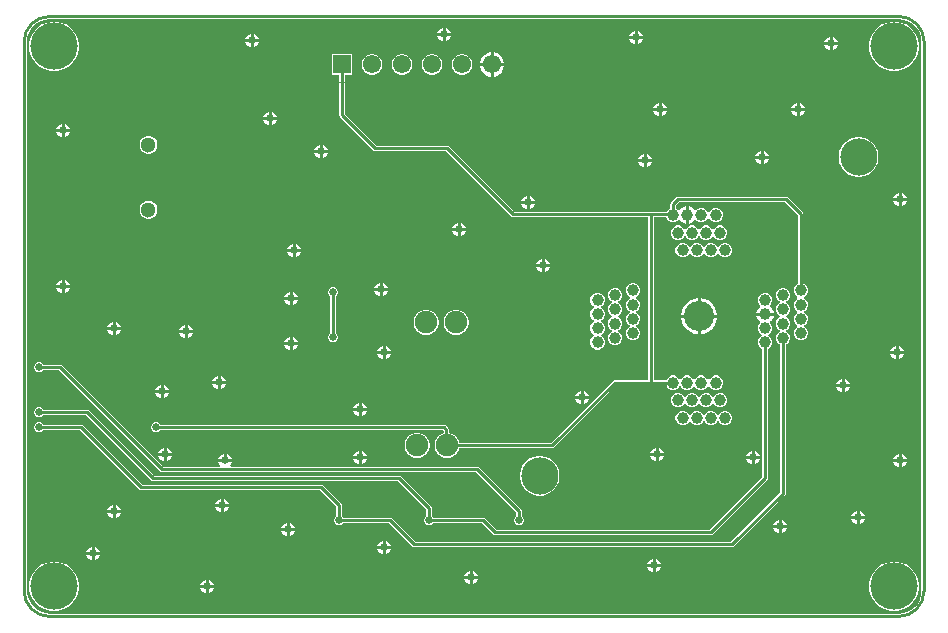
<source format=gbl>
G04*
G04 #@! TF.GenerationSoftware,Altium Limited,Altium Designer,21.3.2 (30)*
G04*
G04 Layer_Physical_Order=2*
G04 Layer_Color=65280*
%FSLAX44Y44*%
%MOMM*%
G71*
G04*
G04 #@! TF.SameCoordinates,7BEB40AD-1A81-495B-ADFE-364E7EA3D76F*
G04*
G04*
G04 #@! TF.FilePolarity,Positive*
G04*
G01*
G75*
%ADD10C,0.2540*%
%ADD15C,0.0500*%
%ADD42C,2.5499*%
%ADD43C,3.1501*%
%ADD44C,1.0000*%
%ADD45R,1.5500X1.5500*%
%ADD46C,1.5500*%
%ADD47C,1.3000*%
%ADD48C,1.9050*%
%ADD49C,4.0000*%
%ADD50C,0.6350*%
G36*
X998243Y759311D02*
X1001840Y758220D01*
X1005156Y756447D01*
X1008062Y754062D01*
X1010447Y751156D01*
X1012219Y747840D01*
X1013311Y744243D01*
X1013676Y740535D01*
X1013669Y740501D01*
Y275499D01*
X1013676Y275465D01*
X1013311Y271757D01*
X1012219Y268160D01*
X1010447Y264844D01*
X1008062Y261938D01*
X1005156Y259553D01*
X1001840Y257780D01*
X998243Y256689D01*
X994535Y256324D01*
X994501Y256331D01*
X276860D01*
X276804Y256320D01*
X272852Y256709D01*
X268997Y257878D01*
X265445Y259777D01*
X262332Y262332D01*
X259777Y265445D01*
X257878Y268997D01*
X256709Y272852D01*
X256320Y276804D01*
X256331Y276860D01*
Y740501D01*
X256324Y740535D01*
X256689Y744243D01*
X257780Y747840D01*
X259553Y751156D01*
X261938Y754062D01*
X264844Y756447D01*
X268160Y758220D01*
X271757Y759311D01*
X275465Y759676D01*
X275499Y759669D01*
X994501D01*
X994535Y759676D01*
X998243Y759311D01*
D02*
G37*
%LPC*%
G36*
X610870Y752420D02*
Y748030D01*
X615260D01*
X614445Y749997D01*
X612837Y751605D01*
X610870Y752420D01*
D02*
G37*
G36*
X608330D02*
X606363Y751605D01*
X604755Y749997D01*
X603940Y748030D01*
X608330D01*
Y752420D01*
D02*
G37*
G36*
X773430Y749880D02*
Y745490D01*
X777820D01*
X777005Y747457D01*
X775397Y749065D01*
X773430Y749880D01*
D02*
G37*
G36*
X770890D02*
X768923Y749065D01*
X767315Y747457D01*
X766500Y745490D01*
X770890D01*
Y749880D01*
D02*
G37*
G36*
X448310Y747340D02*
Y742950D01*
X452700D01*
X451885Y744917D01*
X450277Y746525D01*
X448310Y747340D01*
D02*
G37*
G36*
X445770D02*
X443803Y746525D01*
X442195Y744917D01*
X441380Y742950D01*
X445770D01*
Y747340D01*
D02*
G37*
G36*
X615260Y745490D02*
X610870D01*
Y741100D01*
X612837Y741915D01*
X614445Y743523D01*
X615260Y745490D01*
D02*
G37*
G36*
X608330D02*
X603940D01*
X604755Y743523D01*
X606363Y741915D01*
X608330Y741100D01*
Y745490D01*
D02*
G37*
G36*
X938530Y744800D02*
Y740410D01*
X942920D01*
X942105Y742377D01*
X940497Y743985D01*
X938530Y744800D01*
D02*
G37*
G36*
X935990D02*
X934023Y743985D01*
X932415Y742377D01*
X931600Y740410D01*
X935990D01*
Y744800D01*
D02*
G37*
G36*
X777820Y742950D02*
X773430D01*
Y738560D01*
X775397Y739375D01*
X777005Y740983D01*
X777820Y742950D01*
D02*
G37*
G36*
X770890D02*
X766500D01*
X767315Y740983D01*
X768923Y739375D01*
X770890Y738560D01*
Y742950D01*
D02*
G37*
G36*
X452700Y740410D02*
X448310D01*
Y736020D01*
X450277Y736835D01*
X451885Y738443D01*
X452700Y740410D01*
D02*
G37*
G36*
X445770D02*
X441380D01*
X442195Y738443D01*
X443803Y736835D01*
X445770Y736020D01*
Y740410D01*
D02*
G37*
G36*
X942920Y737870D02*
X938530D01*
Y733480D01*
X940497Y734295D01*
X942105Y735903D01*
X942920Y737870D01*
D02*
G37*
G36*
X935990D02*
X931600D01*
X932415Y735903D01*
X934023Y734295D01*
X935990Y733480D01*
Y737870D01*
D02*
G37*
G36*
X651595Y731650D02*
X651510D01*
Y722630D01*
X660530D01*
Y722715D01*
X659829Y725332D01*
X658474Y727678D01*
X656558Y729594D01*
X654212Y730949D01*
X651595Y731650D01*
D02*
G37*
G36*
X648970D02*
X648885D01*
X646268Y730949D01*
X643922Y729594D01*
X642006Y727678D01*
X640651Y725332D01*
X639950Y722715D01*
Y722630D01*
X648970D01*
Y731650D01*
D02*
G37*
G36*
X992670Y757616D02*
X988530D01*
X984470Y756808D01*
X980645Y755224D01*
X977203Y752924D01*
X974276Y749997D01*
X971976Y746555D01*
X970392Y742730D01*
X969584Y738670D01*
Y734530D01*
X970392Y730470D01*
X971976Y726645D01*
X974276Y723203D01*
X977203Y720276D01*
X980645Y717976D01*
X984470Y716392D01*
X988530Y715584D01*
X992670D01*
X996730Y716392D01*
X1000555Y717976D01*
X1003997Y720276D01*
X1006924Y723203D01*
X1009224Y726645D01*
X1010808Y730470D01*
X1011616Y734530D01*
Y738670D01*
X1010808Y742730D01*
X1009224Y746555D01*
X1006924Y749997D01*
X1003997Y752924D01*
X1000555Y755224D01*
X996730Y756808D01*
X992670Y757616D01*
D02*
G37*
G36*
X281470D02*
X277330D01*
X273270Y756808D01*
X269445Y755224D01*
X266003Y752924D01*
X263076Y749997D01*
X260776Y746555D01*
X259192Y742730D01*
X258384Y738670D01*
Y734530D01*
X259192Y730470D01*
X260776Y726645D01*
X263076Y723203D01*
X266003Y720276D01*
X269445Y717976D01*
X273270Y716392D01*
X277330Y715584D01*
X281470D01*
X285530Y716392D01*
X289355Y717976D01*
X292797Y720276D01*
X295724Y723203D01*
X298024Y726645D01*
X299608Y730470D01*
X300416Y734530D01*
Y738670D01*
X299608Y742730D01*
X298024Y746555D01*
X295724Y749997D01*
X292797Y752924D01*
X289355Y755224D01*
X285530Y756808D01*
X281470Y757616D01*
D02*
G37*
G36*
X625994Y730126D02*
X623686D01*
X621456Y729529D01*
X619458Y728374D01*
X617826Y726742D01*
X616671Y724744D01*
X616074Y722514D01*
Y720206D01*
X616671Y717976D01*
X617826Y715978D01*
X619458Y714345D01*
X621456Y713191D01*
X623686Y712594D01*
X625994D01*
X628224Y713191D01*
X630222Y714345D01*
X631855Y715978D01*
X633009Y717976D01*
X633606Y720206D01*
Y722514D01*
X633009Y724744D01*
X631855Y726742D01*
X630222Y728374D01*
X628224Y729529D01*
X625994Y730126D01*
D02*
G37*
G36*
X600594D02*
X598286D01*
X596056Y729529D01*
X594058Y728374D01*
X592425Y726742D01*
X591271Y724744D01*
X590674Y722514D01*
Y720206D01*
X591271Y717976D01*
X592425Y715978D01*
X594058Y714345D01*
X596056Y713191D01*
X598286Y712594D01*
X600594D01*
X602824Y713191D01*
X604822Y714345D01*
X606455Y715978D01*
X607609Y717976D01*
X608206Y720206D01*
Y722514D01*
X607609Y724744D01*
X606455Y726742D01*
X604822Y728374D01*
X602824Y729529D01*
X600594Y730126D01*
D02*
G37*
G36*
X575194D02*
X572886D01*
X570656Y729529D01*
X568658Y728374D01*
X567025Y726742D01*
X565871Y724744D01*
X565274Y722514D01*
Y720206D01*
X565871Y717976D01*
X567025Y715978D01*
X568658Y714345D01*
X570656Y713191D01*
X572886Y712594D01*
X575194D01*
X577424Y713191D01*
X579422Y714345D01*
X581054Y715978D01*
X582209Y717976D01*
X582806Y720206D01*
Y722514D01*
X582209Y724744D01*
X581054Y726742D01*
X579422Y728374D01*
X577424Y729529D01*
X575194Y730126D01*
D02*
G37*
G36*
X549794D02*
X547486D01*
X545256Y729529D01*
X543258Y728374D01*
X541626Y726742D01*
X540471Y724744D01*
X539874Y722514D01*
Y720206D01*
X540471Y717976D01*
X541626Y715978D01*
X543258Y714345D01*
X545256Y713191D01*
X547486Y712594D01*
X549794D01*
X552024Y713191D01*
X554022Y714345D01*
X555654Y715978D01*
X556809Y717976D01*
X557406Y720206D01*
Y722514D01*
X556809Y724744D01*
X555654Y726742D01*
X554022Y728374D01*
X552024Y729529D01*
X549794Y730126D01*
D02*
G37*
G36*
X660530Y720090D02*
X651510D01*
Y711070D01*
X651595D01*
X654212Y711771D01*
X656558Y713126D01*
X658474Y715042D01*
X659829Y717388D01*
X660530Y720005D01*
Y720090D01*
D02*
G37*
G36*
X648970D02*
X639950D01*
Y720005D01*
X640651Y717388D01*
X642006Y715042D01*
X643922Y713126D01*
X646268Y711771D01*
X648885Y711070D01*
X648970D01*
Y720090D01*
D02*
G37*
G36*
X910590Y688920D02*
Y684530D01*
X914980D01*
X914165Y686497D01*
X912557Y688105D01*
X910590Y688920D01*
D02*
G37*
G36*
X908050D02*
X906083Y688105D01*
X904475Y686497D01*
X903660Y684530D01*
X908050D01*
Y688920D01*
D02*
G37*
G36*
X793750D02*
Y684530D01*
X798140D01*
X797325Y686497D01*
X795717Y688105D01*
X793750Y688920D01*
D02*
G37*
G36*
X791210D02*
X789243Y688105D01*
X787635Y686497D01*
X786820Y684530D01*
X791210D01*
Y688920D01*
D02*
G37*
G36*
X914980Y681990D02*
X910590D01*
Y677600D01*
X912557Y678415D01*
X914165Y680023D01*
X914980Y681990D01*
D02*
G37*
G36*
X908050D02*
X903660D01*
X904475Y680023D01*
X906083Y678415D01*
X908050Y677600D01*
Y681990D01*
D02*
G37*
G36*
X798140D02*
X793750D01*
Y677600D01*
X795717Y678415D01*
X797325Y680023D01*
X798140Y681990D01*
D02*
G37*
G36*
X791210D02*
X786820D01*
X787635Y680023D01*
X789243Y678415D01*
X791210Y677600D01*
Y681990D01*
D02*
G37*
G36*
X463550Y681300D02*
Y676910D01*
X467940D01*
X467125Y678877D01*
X465517Y680485D01*
X463550Y681300D01*
D02*
G37*
G36*
X461010D02*
X459043Y680485D01*
X457435Y678877D01*
X456620Y676910D01*
X461010D01*
Y681300D01*
D02*
G37*
G36*
X467940Y674370D02*
X463550D01*
Y669980D01*
X465517Y670795D01*
X467125Y672403D01*
X467940Y674370D01*
D02*
G37*
G36*
X461010D02*
X456620D01*
X457435Y672403D01*
X459043Y670795D01*
X461010Y669980D01*
Y674370D01*
D02*
G37*
G36*
X288290Y671140D02*
Y666750D01*
X292680D01*
X291865Y668717D01*
X290257Y670325D01*
X288290Y671140D01*
D02*
G37*
G36*
X285750D02*
X283783Y670325D01*
X282175Y668717D01*
X281360Y666750D01*
X285750D01*
Y671140D01*
D02*
G37*
G36*
X292680Y664210D02*
X288290D01*
Y659820D01*
X290257Y660635D01*
X291865Y662243D01*
X292680Y664210D01*
D02*
G37*
G36*
X285750D02*
X281360D01*
X282175Y662243D01*
X283783Y660635D01*
X285750Y659820D01*
Y664210D01*
D02*
G37*
G36*
X506730Y653360D02*
Y648970D01*
X511120D01*
X510305Y650937D01*
X508697Y652545D01*
X506730Y653360D01*
D02*
G37*
G36*
X504190D02*
X502223Y652545D01*
X500615Y650937D01*
X499800Y648970D01*
X504190D01*
Y653360D01*
D02*
G37*
G36*
X360249Y660826D02*
X358270D01*
X356359Y660314D01*
X354645Y659324D01*
X353246Y657925D01*
X352256Y656211D01*
X351744Y654299D01*
Y652320D01*
X352256Y650409D01*
X353246Y648695D01*
X354645Y647296D01*
X356359Y646306D01*
X358270Y645794D01*
X360249D01*
X362161Y646306D01*
X363875Y647296D01*
X365274Y648695D01*
X366264Y650409D01*
X366776Y652320D01*
Y654299D01*
X366264Y656211D01*
X365274Y657925D01*
X363875Y659324D01*
X362161Y660314D01*
X360249Y660826D01*
D02*
G37*
G36*
X880110Y648280D02*
Y643890D01*
X884500D01*
X883685Y645857D01*
X882077Y647465D01*
X880110Y648280D01*
D02*
G37*
G36*
X877570D02*
X875603Y647465D01*
X873995Y645857D01*
X873180Y643890D01*
X877570D01*
Y648280D01*
D02*
G37*
G36*
X511120Y646430D02*
X506730D01*
Y642040D01*
X508697Y642855D01*
X510305Y644463D01*
X511120Y646430D01*
D02*
G37*
G36*
X504190D02*
X499800D01*
X500615Y644463D01*
X502223Y642855D01*
X504190Y642040D01*
Y646430D01*
D02*
G37*
G36*
X781050Y645740D02*
Y641350D01*
X785440D01*
X784625Y643317D01*
X783017Y644925D01*
X781050Y645740D01*
D02*
G37*
G36*
X778510D02*
X776543Y644925D01*
X774935Y643317D01*
X774120Y641350D01*
X778510D01*
Y645740D01*
D02*
G37*
G36*
X884500Y641350D02*
X880110D01*
Y636960D01*
X882077Y637775D01*
X883685Y639383D01*
X884500Y641350D01*
D02*
G37*
G36*
X877570D02*
X873180D01*
X873995Y639383D01*
X875603Y637775D01*
X877570Y636960D01*
Y641350D01*
D02*
G37*
G36*
X785440Y638810D02*
X781050D01*
Y634420D01*
X783017Y635235D01*
X784625Y636843D01*
X785440Y638810D01*
D02*
G37*
G36*
X778510D02*
X774120D01*
X774935Y636843D01*
X776543Y635235D01*
X778510Y634420D01*
Y638810D01*
D02*
G37*
G36*
X962152Y659765D02*
X958850D01*
X955610Y659121D01*
X952559Y657857D01*
X949813Y656022D01*
X947478Y653687D01*
X945643Y650940D01*
X944379Y647889D01*
X943735Y644650D01*
Y641347D01*
X944379Y638108D01*
X945643Y635056D01*
X947478Y632310D01*
X949813Y629975D01*
X952559Y628140D01*
X955610Y626876D01*
X958850Y626232D01*
X962152D01*
X965392Y626876D01*
X968443Y628140D01*
X971189Y629975D01*
X973524Y632310D01*
X975359Y635056D01*
X976623Y638108D01*
X977268Y641347D01*
Y644650D01*
X976623Y647889D01*
X975359Y650940D01*
X973524Y653687D01*
X971189Y656022D01*
X968443Y657857D01*
X965392Y659121D01*
X962152Y659765D01*
D02*
G37*
G36*
X996950Y612720D02*
Y608330D01*
X1001340D01*
X1000525Y610297D01*
X998917Y611905D01*
X996950Y612720D01*
D02*
G37*
G36*
X994410D02*
X992443Y611905D01*
X990835Y610297D01*
X990020Y608330D01*
X994410D01*
Y612720D01*
D02*
G37*
G36*
X681990Y610180D02*
Y605790D01*
X686380D01*
X685565Y607757D01*
X683957Y609365D01*
X681990Y610180D01*
D02*
G37*
G36*
X679450D02*
X677483Y609365D01*
X675875Y607757D01*
X675060Y605790D01*
X679450D01*
Y610180D01*
D02*
G37*
G36*
X1001340Y605790D02*
X996950D01*
Y601400D01*
X998917Y602215D01*
X1000525Y603823D01*
X1001340Y605790D01*
D02*
G37*
G36*
X994410D02*
X990020D01*
X990835Y603823D01*
X992443Y602215D01*
X994410Y601400D01*
Y605790D01*
D02*
G37*
G36*
X686380Y603250D02*
X681990D01*
Y598860D01*
X683957Y599675D01*
X685565Y601283D01*
X686380Y603250D01*
D02*
G37*
G36*
X679450D02*
X675060D01*
X675875Y601283D01*
X677483Y599675D01*
X679450Y598860D01*
Y603250D01*
D02*
G37*
G36*
X360249Y605826D02*
X358270D01*
X356359Y605314D01*
X354645Y604324D01*
X353246Y602925D01*
X352256Y601211D01*
X351744Y599300D01*
Y597321D01*
X352256Y595409D01*
X353246Y593695D01*
X354645Y592296D01*
X356359Y591306D01*
X358270Y590794D01*
X360249D01*
X362161Y591306D01*
X363875Y592296D01*
X365274Y593695D01*
X366264Y595409D01*
X366776Y597321D01*
Y599300D01*
X366264Y601211D01*
X365274Y602925D01*
X363875Y604324D01*
X362161Y605314D01*
X360249Y605826D01*
D02*
G37*
G36*
X816770Y601465D02*
Y593999D01*
Y586534D01*
X818410Y586973D01*
X820130Y587966D01*
X821534Y589370D01*
X821641Y589556D01*
X823228Y589765D01*
X824094Y588899D01*
X826305Y587983D01*
X828698D01*
X830909Y588899D01*
X832602Y590592D01*
X832866Y591230D01*
X834136D01*
X834400Y590592D01*
X836093Y588899D01*
X838304Y587983D01*
X840697D01*
X842908Y588899D01*
X844601Y590592D01*
X845517Y592803D01*
Y595196D01*
X844601Y597407D01*
X842908Y599099D01*
X840697Y600015D01*
X838304D01*
X836093Y599099D01*
X834400Y597407D01*
X834136Y596769D01*
X832866D01*
X832602Y597407D01*
X830909Y599099D01*
X828698Y600015D01*
X826305D01*
X824094Y599099D01*
X823228Y598234D01*
X821641Y598443D01*
X821534Y598629D01*
X820130Y600033D01*
X818410Y601026D01*
X816770Y601465D01*
D02*
G37*
G36*
X623570Y587320D02*
Y582930D01*
X627960D01*
X627145Y584897D01*
X625537Y586505D01*
X623570Y587320D01*
D02*
G37*
G36*
X621030D02*
X619063Y586505D01*
X617455Y584897D01*
X616640Y582930D01*
X621030D01*
Y587320D01*
D02*
G37*
G36*
X844698Y585014D02*
X842304D01*
X840093Y584098D01*
X838401Y582406D01*
X838135Y581765D01*
X836865D01*
X836600Y582406D01*
X834907Y584098D01*
X832696Y585014D01*
X830303D01*
X828092Y584098D01*
X826399Y582406D01*
X826135Y581768D01*
X824865D01*
X824601Y582406D01*
X822908Y584098D01*
X820697Y585014D01*
X818304D01*
X816093Y584098D01*
X814400Y582406D01*
X814136Y581768D01*
X812866D01*
X812602Y582406D01*
X810909Y584098D01*
X808698Y585014D01*
X806305D01*
X804094Y584098D01*
X802401Y582406D01*
X801486Y580195D01*
Y577801D01*
X802401Y575590D01*
X804094Y573898D01*
X806305Y572982D01*
X808698D01*
X810909Y573898D01*
X812602Y575590D01*
X812866Y576228D01*
X814136D01*
X814400Y575590D01*
X816093Y573898D01*
X818304Y572982D01*
X820697D01*
X822908Y573898D01*
X824601Y575590D01*
X824865Y576228D01*
X826135D01*
X826399Y575590D01*
X828092Y573898D01*
X830303Y572982D01*
X832696D01*
X834907Y573898D01*
X836600Y575590D01*
X836865Y576232D01*
X838135D01*
X838401Y575590D01*
X840093Y573898D01*
X842304Y572982D01*
X844698D01*
X846909Y573898D01*
X848601Y575590D01*
X849517Y577801D01*
Y580195D01*
X848601Y582406D01*
X846909Y584098D01*
X844698Y585014D01*
D02*
G37*
G36*
X627960Y580390D02*
X623570D01*
Y576000D01*
X625537Y576815D01*
X627145Y578423D01*
X627960Y580390D01*
D02*
G37*
G36*
X621030D02*
X616640D01*
X617455Y578423D01*
X619063Y576815D01*
X621030Y576000D01*
Y580390D01*
D02*
G37*
G36*
X848698Y570015D02*
X846305D01*
X844094Y569100D01*
X842401Y567407D01*
X842136Y566766D01*
X840866D01*
X840600Y567407D01*
X838908Y569100D01*
X836697Y570015D01*
X834303D01*
X832092Y569100D01*
X830400Y567407D01*
X830135Y566769D01*
X828866D01*
X828601Y567407D01*
X826909Y569100D01*
X824698Y570015D01*
X822304D01*
X820093Y569100D01*
X818401Y567407D01*
X818135Y566766D01*
X816865D01*
X816600Y567407D01*
X814907Y569100D01*
X812696Y570015D01*
X810303D01*
X808092Y569100D01*
X806399Y567407D01*
X805483Y565196D01*
Y562803D01*
X806399Y560592D01*
X808092Y558899D01*
X810303Y557983D01*
X812696D01*
X814907Y558899D01*
X816600Y560592D01*
X816865Y561233D01*
X818135D01*
X818401Y560592D01*
X820093Y558899D01*
X822304Y557983D01*
X824698D01*
X826909Y558899D01*
X828601Y560592D01*
X828866Y561230D01*
X830135D01*
X830400Y560592D01*
X832092Y558899D01*
X834303Y557983D01*
X836697D01*
X838908Y558899D01*
X840600Y560592D01*
X840866Y561233D01*
X842136D01*
X842401Y560592D01*
X844094Y558899D01*
X846305Y557983D01*
X848698D01*
X850909Y558899D01*
X852602Y560592D01*
X853518Y562803D01*
Y565196D01*
X852602Y567407D01*
X850909Y569100D01*
X848698Y570015D01*
D02*
G37*
G36*
X483870Y569540D02*
Y565150D01*
X488260D01*
X487445Y567117D01*
X485837Y568725D01*
X483870Y569540D01*
D02*
G37*
G36*
X481330D02*
X479363Y568725D01*
X477755Y567117D01*
X476940Y565150D01*
X481330D01*
Y569540D01*
D02*
G37*
G36*
X488260Y562610D02*
X483870D01*
Y558220D01*
X485837Y559035D01*
X487445Y560643D01*
X488260Y562610D01*
D02*
G37*
G36*
X481330D02*
X476940D01*
X477755Y560643D01*
X479363Y559035D01*
X481330Y558220D01*
Y562610D01*
D02*
G37*
G36*
X694690Y556840D02*
Y552450D01*
X699080D01*
X698265Y554417D01*
X696657Y556025D01*
X694690Y556840D01*
D02*
G37*
G36*
X692150D02*
X690183Y556025D01*
X688575Y554417D01*
X687760Y552450D01*
X692150D01*
Y556840D01*
D02*
G37*
G36*
X699080Y549910D02*
X694690D01*
Y545520D01*
X696657Y546335D01*
X698265Y547943D01*
X699080Y549910D01*
D02*
G37*
G36*
X692150D02*
X687760D01*
X688575Y547943D01*
X690183Y546335D01*
X692150Y545520D01*
Y549910D01*
D02*
G37*
G36*
X288290Y539060D02*
Y534670D01*
X292680D01*
X291865Y536637D01*
X290257Y538245D01*
X288290Y539060D01*
D02*
G37*
G36*
X285750D02*
X283783Y538245D01*
X282175Y536637D01*
X281360Y534670D01*
X285750D01*
Y539060D01*
D02*
G37*
G36*
X557530Y536520D02*
Y532130D01*
X561920D01*
X561105Y534097D01*
X559497Y535705D01*
X557530Y536520D01*
D02*
G37*
G36*
X554990D02*
X553023Y535705D01*
X551415Y534097D01*
X550600Y532130D01*
X554990D01*
Y536520D01*
D02*
G37*
G36*
X292680Y532130D02*
X288290D01*
Y527740D01*
X290257Y528555D01*
X291865Y530163D01*
X292680Y532130D01*
D02*
G37*
G36*
X285750D02*
X281360D01*
X282175Y530163D01*
X283783Y528555D01*
X285750Y527740D01*
Y532130D01*
D02*
G37*
G36*
X561920Y529590D02*
X557530D01*
Y525200D01*
X559497Y526015D01*
X561105Y527623D01*
X561920Y529590D01*
D02*
G37*
G36*
X554990D02*
X550600D01*
X551415Y527623D01*
X553023Y526015D01*
X554990Y525200D01*
Y529590D01*
D02*
G37*
G36*
X481330Y528900D02*
Y524510D01*
X485720D01*
X484905Y526477D01*
X483297Y528085D01*
X481330Y528900D01*
D02*
G37*
G36*
X478790D02*
X476823Y528085D01*
X475215Y526477D01*
X474400Y524510D01*
X478790D01*
Y528900D01*
D02*
G37*
G36*
X485720Y521970D02*
X481330D01*
Y517580D01*
X483297Y518395D01*
X484905Y520003D01*
X485720Y521970D01*
D02*
G37*
G36*
X478790D02*
X474400D01*
X475215Y520003D01*
X476823Y518395D01*
X478790Y517580D01*
Y521970D01*
D02*
G37*
G36*
X882696Y528014D02*
X880303D01*
X878092Y527098D01*
X876399Y525406D01*
X875483Y523195D01*
Y520801D01*
X876399Y518590D01*
X877263Y517726D01*
X877054Y516139D01*
X876870Y516032D01*
X875466Y514629D01*
X874473Y512909D01*
X874034Y511269D01*
X888965D01*
X888526Y512909D01*
X887533Y514629D01*
X886129Y516032D01*
X885945Y516139D01*
X885735Y517726D01*
X886600Y518590D01*
X887515Y520801D01*
Y523195D01*
X886600Y525406D01*
X884907Y527098D01*
X882696Y528014D01*
D02*
G37*
G36*
X827006Y523289D02*
X826770D01*
Y509270D01*
X840789D01*
Y509506D01*
X840202Y512460D01*
X839049Y515242D01*
X837376Y517747D01*
X835247Y519876D01*
X832742Y521549D01*
X829960Y522702D01*
X827006Y523289D01*
D02*
G37*
G36*
X824230D02*
X823994D01*
X821040Y522702D01*
X818258Y521549D01*
X815753Y519876D01*
X813624Y517747D01*
X811951Y515242D01*
X810798Y512460D01*
X810210Y509506D01*
Y509270D01*
X824230D01*
Y523289D01*
D02*
G37*
G36*
X331470Y503500D02*
Y499110D01*
X335860D01*
X335045Y501077D01*
X333437Y502685D01*
X331470Y503500D01*
D02*
G37*
G36*
X328930D02*
X326963Y502685D01*
X325355Y501077D01*
X324540Y499110D01*
X328930D01*
Y503500D01*
D02*
G37*
G36*
X392430Y500960D02*
Y496570D01*
X396820D01*
X396005Y498537D01*
X394397Y500145D01*
X392430Y500960D01*
D02*
G37*
G36*
X389890D02*
X387923Y500145D01*
X386315Y498537D01*
X385500Y496570D01*
X389890D01*
Y500960D01*
D02*
G37*
G36*
X840789Y506730D02*
X826770D01*
Y492710D01*
X827006D01*
X829960Y493298D01*
X832742Y494451D01*
X835247Y496124D01*
X837376Y498254D01*
X839049Y500758D01*
X840202Y503540D01*
X840789Y506494D01*
Y506730D01*
D02*
G37*
G36*
X824230D02*
X810210D01*
Y506494D01*
X810798Y503540D01*
X811951Y500758D01*
X813624Y498254D01*
X815753Y496124D01*
X818258Y494451D01*
X821040Y493298D01*
X823994Y492710D01*
X824230D01*
Y506730D01*
D02*
G37*
G36*
X621148Y513461D02*
X618372D01*
X615691Y512743D01*
X613288Y511355D01*
X611325Y509392D01*
X609937Y506989D01*
X609219Y504308D01*
Y501532D01*
X609937Y498851D01*
X611325Y496448D01*
X613288Y494485D01*
X615691Y493097D01*
X618372Y492379D01*
X621148D01*
X623829Y493097D01*
X626232Y494485D01*
X628195Y496448D01*
X629583Y498851D01*
X630301Y501532D01*
Y504308D01*
X629583Y506989D01*
X628195Y509392D01*
X626232Y511355D01*
X623829Y512743D01*
X621148Y513461D01*
D02*
G37*
G36*
X595748D02*
X592972D01*
X590291Y512743D01*
X587888Y511355D01*
X585925Y509392D01*
X584537Y506989D01*
X583819Y504308D01*
Y501532D01*
X584537Y498851D01*
X585925Y496448D01*
X587888Y494485D01*
X590291Y493097D01*
X592972Y492379D01*
X595748D01*
X598429Y493097D01*
X600832Y494485D01*
X602795Y496448D01*
X604183Y498851D01*
X604901Y501532D01*
Y504308D01*
X604183Y506989D01*
X602795Y509392D01*
X600832Y511355D01*
X598429Y512743D01*
X595748Y513461D01*
D02*
G37*
G36*
X335860Y496570D02*
X331470D01*
Y492180D01*
X333437Y492995D01*
X335045Y494603D01*
X335860Y496570D01*
D02*
G37*
G36*
X328930D02*
X324540D01*
X325355Y494603D01*
X326963Y492995D01*
X328930Y492180D01*
Y496570D01*
D02*
G37*
G36*
X396820Y494030D02*
X392430D01*
Y489640D01*
X394397Y490455D01*
X396005Y492063D01*
X396820Y494030D01*
D02*
G37*
G36*
X389890D02*
X385500D01*
X386315Y492063D01*
X387923Y490455D01*
X389890Y489640D01*
Y494030D01*
D02*
G37*
G36*
X532006Y730126D02*
X514474D01*
Y712594D01*
X520909D01*
Y678180D01*
X521087Y677288D01*
X521592Y676532D01*
X549532Y648592D01*
X550288Y648087D01*
X551180Y647909D01*
X611175D01*
X666372Y592712D01*
X667128Y592207D01*
X668020Y592029D01*
X782529D01*
Y454329D01*
X754258D01*
X753366Y454151D01*
X752610Y453646D01*
X700075Y401111D01*
X622428D01*
X621963Y402849D01*
X620575Y405252D01*
X618612Y407215D01*
X616209Y408603D01*
X613836Y409239D01*
Y412115D01*
X613658Y413007D01*
X613153Y413763D01*
X611248Y415668D01*
X610492Y416173D01*
X609600Y416351D01*
X369331D01*
X369313Y416394D01*
X368134Y417573D01*
X366594Y418211D01*
X364926D01*
X363386Y417573D01*
X362207Y416394D01*
X361569Y414854D01*
Y413186D01*
X362207Y411646D01*
X363386Y410467D01*
X364926Y409829D01*
X366594D01*
X368134Y410467D01*
X369313Y411646D01*
X369331Y411689D01*
X608635D01*
X609174Y411150D01*
Y408898D01*
X608071Y408603D01*
X605668Y407215D01*
X603705Y405252D01*
X602317Y402849D01*
X601599Y400168D01*
Y397392D01*
X602317Y394711D01*
X603705Y392308D01*
X605668Y390345D01*
X608071Y388957D01*
X610752Y388239D01*
X613528D01*
X616209Y388957D01*
X618612Y390345D01*
X620575Y392308D01*
X621963Y394711D01*
X622428Y396449D01*
X701040D01*
X701932Y396627D01*
X702688Y397132D01*
X755223Y449667D01*
X797955D01*
X798401Y448590D01*
X800093Y446898D01*
X802304Y445982D01*
X804698D01*
X806909Y446898D01*
X808601Y448590D01*
X808866Y449229D01*
X810135D01*
X810400Y448590D01*
X812092Y446898D01*
X814303Y445982D01*
X816697D01*
X818908Y446898D01*
X820600Y448590D01*
X820866Y449232D01*
X822136D01*
X822401Y448590D01*
X824094Y446898D01*
X826305Y445982D01*
X828698D01*
X830909Y446898D01*
X832602Y448590D01*
X832866Y449229D01*
X834136D01*
X834400Y448590D01*
X836093Y446898D01*
X838304Y445982D01*
X840697D01*
X842908Y446898D01*
X844601Y448590D01*
X845517Y450801D01*
Y453195D01*
X844601Y455406D01*
X842908Y457098D01*
X840697Y458014D01*
X838304D01*
X836093Y457098D01*
X834400Y455406D01*
X834136Y454768D01*
X832866D01*
X832602Y455406D01*
X830909Y457098D01*
X828698Y458014D01*
X826305D01*
X824094Y457098D01*
X822401Y455406D01*
X822136Y454765D01*
X820866D01*
X820600Y455406D01*
X818908Y457098D01*
X816697Y458014D01*
X814303D01*
X812092Y457098D01*
X810400Y455406D01*
X810135Y454768D01*
X808866D01*
X808601Y455406D01*
X806909Y457098D01*
X804698Y458014D01*
X802304D01*
X800093Y457098D01*
X798401Y455406D01*
X797955Y454329D01*
X787191D01*
Y592029D01*
X797805D01*
X798401Y590592D01*
X800093Y588899D01*
X802304Y587983D01*
X804698D01*
X806909Y588899D01*
X807773Y589763D01*
X809360Y589554D01*
X809466Y589370D01*
X810870Y587966D01*
X812590Y586973D01*
X814230Y586534D01*
Y593999D01*
Y601465D01*
X812590Y601026D01*
X810870Y600033D01*
X809466Y598629D01*
X809360Y598444D01*
X807773Y598236D01*
X806909Y599099D01*
X805832Y599546D01*
Y601876D01*
X808685Y604729D01*
X898195D01*
X909171Y593753D01*
Y535545D01*
X908094Y535099D01*
X906402Y533407D01*
X905486Y531196D01*
Y528802D01*
X906402Y526591D01*
X908094Y524899D01*
X908732Y524635D01*
Y523364D01*
X908094Y523100D01*
X906402Y521408D01*
X905486Y519197D01*
Y516803D01*
X906402Y514592D01*
X908094Y512900D01*
X908735Y512634D01*
Y511364D01*
X908094Y511099D01*
X906402Y509406D01*
X905486Y507195D01*
Y504802D01*
X906402Y502591D01*
X908094Y500898D01*
X908732Y500634D01*
Y499364D01*
X908094Y499100D01*
X906402Y497407D01*
X905486Y495196D01*
Y492803D01*
X906402Y490592D01*
X908094Y488899D01*
X910305Y487984D01*
X912699D01*
X914910Y488899D01*
X916602Y490592D01*
X917518Y492803D01*
Y495196D01*
X916602Y497407D01*
X914910Y499100D01*
X914271Y499364D01*
Y500634D01*
X914910Y500898D01*
X916602Y502591D01*
X917518Y504802D01*
Y507195D01*
X916602Y509406D01*
X914910Y511099D01*
X914268Y511364D01*
Y512634D01*
X914910Y512900D01*
X916602Y514592D01*
X917518Y516803D01*
Y519197D01*
X916602Y521408D01*
X914910Y523100D01*
X914271Y523364D01*
Y524635D01*
X914910Y524899D01*
X916602Y526591D01*
X917518Y528802D01*
Y531196D01*
X916602Y533407D01*
X914910Y535099D01*
X913833Y535545D01*
Y594718D01*
X913655Y595610D01*
X913150Y596366D01*
X900808Y608708D01*
X900052Y609213D01*
X899160Y609391D01*
X807720D01*
X806828Y609213D01*
X806072Y608708D01*
X801853Y604489D01*
X801348Y603733D01*
X801170Y602841D01*
Y599546D01*
X800093Y599099D01*
X798401Y597407D01*
X798104Y596691D01*
X668985D01*
X613788Y651888D01*
X613032Y652393D01*
X612140Y652571D01*
X552145D01*
X525571Y679145D01*
Y712594D01*
X532006D01*
Y730126D01*
D02*
G37*
G36*
X770697Y536015D02*
X768304D01*
X766093Y535099D01*
X764400Y533407D01*
X763485Y531196D01*
Y528802D01*
X764400Y526591D01*
X766093Y524899D01*
X766731Y524635D01*
Y523364D01*
X766093Y523100D01*
X764400Y521408D01*
X763485Y519197D01*
Y516803D01*
X764400Y514592D01*
X766093Y512900D01*
X766734Y512634D01*
Y511364D01*
X766093Y511099D01*
X764400Y509406D01*
X763485Y507195D01*
Y504802D01*
X764400Y502591D01*
X766093Y500898D01*
X766731Y500634D01*
Y499364D01*
X766093Y499100D01*
X764400Y497407D01*
X763485Y495196D01*
Y492803D01*
X764400Y490592D01*
X766093Y488899D01*
X768304Y487984D01*
X770697D01*
X772908Y488899D01*
X774601Y490592D01*
X775517Y492803D01*
Y495196D01*
X774601Y497407D01*
X772908Y499100D01*
X772270Y499364D01*
Y500634D01*
X772908Y500898D01*
X774601Y502591D01*
X775517Y504802D01*
Y507195D01*
X774601Y509406D01*
X772908Y511099D01*
X772267Y511364D01*
Y512634D01*
X772908Y512900D01*
X774601Y514592D01*
X775517Y516803D01*
Y519197D01*
X774601Y521408D01*
X772908Y523100D01*
X772270Y523364D01*
Y524635D01*
X772908Y524899D01*
X774601Y526591D01*
X775517Y528802D01*
Y531196D01*
X774601Y533407D01*
X772908Y535099D01*
X770697Y536015D01*
D02*
G37*
G36*
X481330Y490800D02*
Y486410D01*
X485720D01*
X484905Y488377D01*
X483297Y489985D01*
X481330Y490800D01*
D02*
G37*
G36*
X478790D02*
X476823Y489985D01*
X475215Y488377D01*
X474400Y486410D01*
X478790D01*
Y490800D01*
D02*
G37*
G36*
X516454Y532511D02*
X514786D01*
X513246Y531873D01*
X512067Y530694D01*
X511429Y529154D01*
Y527486D01*
X512067Y525946D01*
X513246Y524767D01*
X513289Y524749D01*
Y493791D01*
X513246Y493773D01*
X512067Y492594D01*
X511429Y491054D01*
Y489386D01*
X512067Y487846D01*
X513246Y486667D01*
X514786Y486029D01*
X516454D01*
X517994Y486667D01*
X519173Y487846D01*
X519811Y489386D01*
Y491054D01*
X519173Y492594D01*
X517994Y493773D01*
X517951Y493791D01*
Y524749D01*
X517994Y524767D01*
X519173Y525946D01*
X519811Y527486D01*
Y529154D01*
X519173Y530694D01*
X517994Y531873D01*
X516454Y532511D01*
D02*
G37*
G36*
X755696Y532014D02*
X753303D01*
X751092Y531099D01*
X749399Y529406D01*
X748483Y527195D01*
Y524802D01*
X749399Y522591D01*
X751092Y520898D01*
X751730Y520634D01*
Y519364D01*
X751092Y519100D01*
X749399Y517407D01*
X748483Y515196D01*
Y512803D01*
X749399Y510592D01*
X751092Y508899D01*
X751733Y508634D01*
Y507364D01*
X751092Y507098D01*
X749399Y505406D01*
X748483Y503195D01*
Y500801D01*
X749399Y498590D01*
X751092Y496898D01*
X751730Y496633D01*
Y495364D01*
X751092Y495099D01*
X749399Y493407D01*
X748483Y491196D01*
Y488802D01*
X749399Y486591D01*
X751092Y484899D01*
X753303Y483983D01*
X755696D01*
X757907Y484899D01*
X759600Y486591D01*
X760515Y488802D01*
Y491196D01*
X759600Y493407D01*
X757907Y495099D01*
X757269Y495364D01*
Y496633D01*
X757907Y496898D01*
X759600Y498590D01*
X760515Y500801D01*
Y503195D01*
X759600Y505406D01*
X757907Y507098D01*
X757266Y507364D01*
Y508634D01*
X757907Y508899D01*
X759600Y510592D01*
X760515Y512803D01*
Y515196D01*
X759600Y517407D01*
X757907Y519100D01*
X757269Y519364D01*
Y520634D01*
X757907Y520898D01*
X759600Y522591D01*
X760515Y524802D01*
Y527195D01*
X759600Y529406D01*
X757907Y531099D01*
X755696Y532014D01*
D02*
G37*
G36*
X740697Y528014D02*
X738304D01*
X736093Y527098D01*
X734401Y525406D01*
X733485Y523195D01*
Y520801D01*
X734401Y518590D01*
X736093Y516898D01*
X736731Y516633D01*
Y515364D01*
X736093Y515099D01*
X734401Y513407D01*
X733485Y511196D01*
Y508802D01*
X734401Y506591D01*
X736093Y504899D01*
X736731Y504635D01*
Y503364D01*
X736093Y503100D01*
X734401Y501408D01*
X733485Y499197D01*
Y496803D01*
X734401Y494592D01*
X736093Y492900D01*
X736734Y492634D01*
Y491364D01*
X736093Y491099D01*
X734401Y489406D01*
X733485Y487195D01*
Y484802D01*
X734401Y482591D01*
X736093Y480898D01*
X738304Y479982D01*
X740697D01*
X742908Y480898D01*
X744601Y482591D01*
X745517Y484802D01*
Y487195D01*
X744601Y489406D01*
X742908Y491099D01*
X742267Y491364D01*
Y492634D01*
X742908Y492900D01*
X744601Y494592D01*
X745517Y496803D01*
Y499197D01*
X744601Y501408D01*
X742908Y503100D01*
X742270Y503364D01*
Y504635D01*
X742908Y504899D01*
X744601Y506591D01*
X745517Y508802D01*
Y511196D01*
X744601Y513407D01*
X742908Y515099D01*
X742270Y515364D01*
Y516633D01*
X742908Y516898D01*
X744601Y518590D01*
X745517Y520801D01*
Y523195D01*
X744601Y525406D01*
X742908Y527098D01*
X740697Y528014D01*
D02*
G37*
G36*
X485720Y483870D02*
X481330D01*
Y479480D01*
X483297Y480295D01*
X484905Y481903D01*
X485720Y483870D01*
D02*
G37*
G36*
X478790D02*
X474400D01*
X475215Y481903D01*
X476823Y480295D01*
X478790Y479480D01*
Y483870D01*
D02*
G37*
G36*
X994410Y483180D02*
Y478790D01*
X998800D01*
X997985Y480757D01*
X996377Y482365D01*
X994410Y483180D01*
D02*
G37*
G36*
X991870D02*
X989903Y482365D01*
X988295Y480757D01*
X987480Y478790D01*
X991870D01*
Y483180D01*
D02*
G37*
G36*
X560070D02*
Y478790D01*
X564460D01*
X563645Y480757D01*
X562037Y482365D01*
X560070Y483180D01*
D02*
G37*
G36*
X557530D02*
X555563Y482365D01*
X553955Y480757D01*
X553140Y478790D01*
X557530D01*
Y483180D01*
D02*
G37*
G36*
X998800Y476250D02*
X994410D01*
Y471860D01*
X996377Y472675D01*
X997985Y474283D01*
X998800Y476250D01*
D02*
G37*
G36*
X991870D02*
X987480D01*
X988295Y474283D01*
X989903Y472675D01*
X991870Y471860D01*
Y476250D01*
D02*
G37*
G36*
X564460D02*
X560070D01*
Y471860D01*
X562037Y472675D01*
X563645Y474283D01*
X564460Y476250D01*
D02*
G37*
G36*
X557530D02*
X553140D01*
X553955Y474283D01*
X555563Y472675D01*
X557530Y471860D01*
Y476250D01*
D02*
G37*
G36*
X420370Y457780D02*
Y453390D01*
X424760D01*
X423945Y455357D01*
X422337Y456965D01*
X420370Y457780D01*
D02*
G37*
G36*
X417830D02*
X415863Y456965D01*
X414255Y455357D01*
X413440Y453390D01*
X417830D01*
Y457780D01*
D02*
G37*
G36*
X948690Y455240D02*
Y450850D01*
X953080D01*
X952265Y452817D01*
X950657Y454425D01*
X948690Y455240D01*
D02*
G37*
G36*
X946150D02*
X944183Y454425D01*
X942575Y452817D01*
X941760Y450850D01*
X946150D01*
Y455240D01*
D02*
G37*
G36*
X424760Y450850D02*
X420370D01*
Y446460D01*
X422337Y447275D01*
X423945Y448883D01*
X424760Y450850D01*
D02*
G37*
G36*
X417830D02*
X413440D01*
X414255Y448883D01*
X415863Y447275D01*
X417830Y446460D01*
Y450850D01*
D02*
G37*
G36*
X372110Y450160D02*
Y445770D01*
X376500D01*
X375685Y447737D01*
X374077Y449345D01*
X372110Y450160D01*
D02*
G37*
G36*
X369570D02*
X367603Y449345D01*
X365995Y447737D01*
X365180Y445770D01*
X369570D01*
Y450160D01*
D02*
G37*
G36*
X953080Y448310D02*
X948690D01*
Y443920D01*
X950657Y444735D01*
X952265Y446343D01*
X953080Y448310D01*
D02*
G37*
G36*
X946150D02*
X941760D01*
X942575Y446343D01*
X944183Y444735D01*
X946150Y443920D01*
Y448310D01*
D02*
G37*
G36*
X727710Y445080D02*
Y440690D01*
X732100D01*
X731285Y442657D01*
X729677Y444265D01*
X727710Y445080D01*
D02*
G37*
G36*
X725170D02*
X723203Y444265D01*
X721595Y442657D01*
X720780Y440690D01*
X725170D01*
Y445080D01*
D02*
G37*
G36*
X844698Y443015D02*
X842304D01*
X840093Y442099D01*
X838401Y440407D01*
X838135Y439766D01*
X836865D01*
X836600Y440407D01*
X834907Y442099D01*
X832696Y443015D01*
X830303D01*
X828092Y442099D01*
X826399Y440407D01*
X826135Y439769D01*
X824865D01*
X824601Y440407D01*
X822908Y442099D01*
X820697Y443015D01*
X818304D01*
X816093Y442099D01*
X814400Y440407D01*
X814136Y439769D01*
X812866D01*
X812602Y440407D01*
X810909Y442099D01*
X808698Y443015D01*
X806305D01*
X804094Y442099D01*
X802401Y440407D01*
X801486Y438196D01*
Y435803D01*
X802401Y433592D01*
X804094Y431899D01*
X806305Y430983D01*
X808698D01*
X810909Y431899D01*
X812602Y433592D01*
X812866Y434230D01*
X814136D01*
X814400Y433592D01*
X816093Y431899D01*
X818304Y430983D01*
X820697D01*
X822908Y431899D01*
X824601Y433592D01*
X824865Y434230D01*
X826135D01*
X826399Y433592D01*
X828092Y431899D01*
X830303Y430983D01*
X832696D01*
X834907Y431899D01*
X836600Y433592D01*
X836865Y434233D01*
X838135D01*
X838401Y433592D01*
X840093Y431899D01*
X842304Y430983D01*
X844698D01*
X846909Y431899D01*
X848601Y433592D01*
X849517Y435803D01*
Y438196D01*
X848601Y440407D01*
X846909Y442099D01*
X844698Y443015D01*
D02*
G37*
G36*
X376500Y443230D02*
X372110D01*
Y438840D01*
X374077Y439655D01*
X375685Y441263D01*
X376500Y443230D01*
D02*
G37*
G36*
X369570D02*
X365180D01*
X365995Y441263D01*
X367603Y439655D01*
X369570Y438840D01*
Y443230D01*
D02*
G37*
G36*
X732100Y438150D02*
X727710D01*
Y433760D01*
X729677Y434575D01*
X731285Y436183D01*
X732100Y438150D01*
D02*
G37*
G36*
X725170D02*
X720780D01*
X721595Y436183D01*
X723203Y434575D01*
X725170Y433760D01*
Y438150D01*
D02*
G37*
G36*
X539750Y434920D02*
Y430530D01*
X544140D01*
X543325Y432497D01*
X541717Y434105D01*
X539750Y434920D01*
D02*
G37*
G36*
X537210D02*
X535243Y434105D01*
X533635Y432497D01*
X532820Y430530D01*
X537210D01*
Y434920D01*
D02*
G37*
G36*
X848698Y428014D02*
X846305D01*
X844094Y427098D01*
X842401Y425406D01*
X842136Y424765D01*
X840866D01*
X840600Y425406D01*
X838908Y427098D01*
X836697Y428014D01*
X834303D01*
X832092Y427098D01*
X830400Y425406D01*
X830135Y424768D01*
X828866D01*
X828601Y425406D01*
X826909Y427098D01*
X824698Y428014D01*
X822304D01*
X820093Y427098D01*
X818401Y425406D01*
X818135Y424765D01*
X816865D01*
X816600Y425406D01*
X814907Y427098D01*
X812696Y428014D01*
X810303D01*
X808092Y427098D01*
X806399Y425406D01*
X805483Y423195D01*
Y420802D01*
X806399Y418590D01*
X808092Y416898D01*
X810303Y415982D01*
X812696D01*
X814907Y416898D01*
X816600Y418590D01*
X816865Y419232D01*
X818135D01*
X818401Y418590D01*
X820093Y416898D01*
X822304Y415982D01*
X824698D01*
X826909Y416898D01*
X828601Y418590D01*
X828866Y419229D01*
X830135D01*
X830400Y418590D01*
X832092Y416898D01*
X834303Y415982D01*
X836697D01*
X838908Y416898D01*
X840600Y418590D01*
X840866Y419232D01*
X842136D01*
X842401Y418590D01*
X844094Y416898D01*
X846305Y415982D01*
X848698D01*
X850909Y416898D01*
X852602Y418590D01*
X853518Y420802D01*
Y423195D01*
X852602Y425406D01*
X850909Y427098D01*
X848698Y428014D01*
D02*
G37*
G36*
X544140Y427990D02*
X539750D01*
Y423600D01*
X541717Y424415D01*
X543325Y426023D01*
X544140Y427990D01*
D02*
G37*
G36*
X537210D02*
X532820D01*
X533635Y426023D01*
X535243Y424415D01*
X537210Y423600D01*
Y427990D01*
D02*
G37*
G36*
X791210Y396820D02*
Y392430D01*
X795600D01*
X794785Y394397D01*
X793177Y396005D01*
X791210Y396820D01*
D02*
G37*
G36*
X788670D02*
X786703Y396005D01*
X785095Y394397D01*
X784280Y392430D01*
X788670D01*
Y396820D01*
D02*
G37*
G36*
X374650D02*
Y392430D01*
X379040D01*
X378225Y394397D01*
X376617Y396005D01*
X374650Y396820D01*
D02*
G37*
G36*
X372110D02*
X370143Y396005D01*
X368535Y394397D01*
X367720Y392430D01*
X372110D01*
Y396820D01*
D02*
G37*
G36*
X872490Y394280D02*
Y389890D01*
X876880D01*
X876065Y391857D01*
X874457Y393465D01*
X872490Y394280D01*
D02*
G37*
G36*
X869950D02*
X867983Y393465D01*
X866375Y391857D01*
X865560Y389890D01*
X869950D01*
Y394280D01*
D02*
G37*
G36*
X539750D02*
Y389890D01*
X544140D01*
X543325Y391857D01*
X541717Y393465D01*
X539750Y394280D01*
D02*
G37*
G36*
X537210D02*
X535243Y393465D01*
X533635Y391857D01*
X532820Y389890D01*
X537210D01*
Y394280D01*
D02*
G37*
G36*
X588128Y409321D02*
X585352D01*
X582671Y408603D01*
X580268Y407215D01*
X578305Y405252D01*
X576917Y402849D01*
X576199Y400168D01*
Y397392D01*
X576917Y394711D01*
X578305Y392308D01*
X580268Y390345D01*
X582671Y388957D01*
X585352Y388239D01*
X588128D01*
X590809Y388957D01*
X593212Y390345D01*
X595175Y392308D01*
X596563Y394711D01*
X597281Y397392D01*
Y400168D01*
X596563Y402849D01*
X595175Y405252D01*
X593212Y407215D01*
X590809Y408603D01*
X588128Y409321D01*
D02*
G37*
G36*
X996950Y391740D02*
Y387350D01*
X1001340D01*
X1000525Y389317D01*
X998917Y390925D01*
X996950Y391740D01*
D02*
G37*
G36*
X994410D02*
X992443Y390925D01*
X990835Y389317D01*
X990020Y387350D01*
X994410D01*
Y391740D01*
D02*
G37*
G36*
X425450D02*
Y387350D01*
X429840D01*
X429025Y389317D01*
X427417Y390925D01*
X425450Y391740D01*
D02*
G37*
G36*
X422910D02*
X420943Y390925D01*
X419335Y389317D01*
X418520Y387350D01*
X422910D01*
Y391740D01*
D02*
G37*
G36*
X795600Y389890D02*
X791210D01*
Y385500D01*
X793177Y386315D01*
X794785Y387923D01*
X795600Y389890D01*
D02*
G37*
G36*
X788670D02*
X784280D01*
X785095Y387923D01*
X786703Y386315D01*
X788670Y385500D01*
Y389890D01*
D02*
G37*
G36*
X379040D02*
X374650D01*
Y385500D01*
X376617Y386315D01*
X378225Y387923D01*
X379040Y389890D01*
D02*
G37*
G36*
X372110D02*
X367720D01*
X368535Y387923D01*
X370143Y386315D01*
X372110Y385500D01*
Y389890D01*
D02*
G37*
G36*
X544140Y387350D02*
X539750D01*
Y382960D01*
X541717Y383775D01*
X543325Y385383D01*
X544140Y387350D01*
D02*
G37*
G36*
X537210D02*
X532820D01*
X533635Y385383D01*
X535243Y383775D01*
X537210Y382960D01*
Y387350D01*
D02*
G37*
G36*
X876880D02*
X872490D01*
Y382960D01*
X874457Y383775D01*
X876065Y385383D01*
X876880Y387350D01*
D02*
G37*
G36*
X869950D02*
X865560D01*
X866375Y385383D01*
X867983Y383775D01*
X869950Y382960D01*
Y387350D01*
D02*
G37*
G36*
X1001340Y384810D02*
X996950D01*
Y380420D01*
X998917Y381235D01*
X1000525Y382843D01*
X1001340Y384810D01*
D02*
G37*
G36*
X994410D02*
X990020D01*
X990835Y382843D01*
X992443Y381235D01*
X994410Y380420D01*
Y384810D01*
D02*
G37*
G36*
X692153Y389766D02*
X688850D01*
X685611Y389121D01*
X682560Y387857D01*
X679814Y386022D01*
X677478Y383687D01*
X675643Y380941D01*
X674379Y377890D01*
X673735Y374650D01*
Y371348D01*
X674379Y368108D01*
X675643Y365057D01*
X677478Y362311D01*
X679814Y359976D01*
X682560Y358141D01*
X685611Y356877D01*
X688850Y356232D01*
X692153D01*
X695392Y356877D01*
X698444Y358141D01*
X701190Y359976D01*
X703525Y362311D01*
X705360Y365057D01*
X706624Y368108D01*
X707268Y371348D01*
Y374650D01*
X706624Y377890D01*
X705360Y380941D01*
X703525Y383687D01*
X701190Y386022D01*
X698444Y387857D01*
X695392Y389121D01*
X692153Y389766D01*
D02*
G37*
G36*
X422910Y353640D02*
Y349250D01*
X427300D01*
X426485Y351217D01*
X424877Y352825D01*
X422910Y353640D01*
D02*
G37*
G36*
X420370D02*
X418403Y352825D01*
X416795Y351217D01*
X415980Y349250D01*
X420370D01*
Y353640D01*
D02*
G37*
G36*
X331470Y348560D02*
Y344170D01*
X335860D01*
X335045Y346137D01*
X333437Y347745D01*
X331470Y348560D01*
D02*
G37*
G36*
X328930D02*
X326963Y347745D01*
X325355Y346137D01*
X324540Y344170D01*
X328930D01*
Y348560D01*
D02*
G37*
G36*
X427300Y346710D02*
X422910D01*
Y342320D01*
X424877Y343135D01*
X426485Y344743D01*
X427300Y346710D01*
D02*
G37*
G36*
X420370D02*
X415980D01*
X416795Y344743D01*
X418403Y343135D01*
X420370Y342320D01*
Y346710D01*
D02*
G37*
G36*
X961390Y343480D02*
Y339090D01*
X965780D01*
X964965Y341057D01*
X963357Y342665D01*
X961390Y343480D01*
D02*
G37*
G36*
X958850D02*
X956883Y342665D01*
X955275Y341057D01*
X954460Y339090D01*
X958850D01*
Y343480D01*
D02*
G37*
G36*
X335860Y341630D02*
X331470D01*
Y337240D01*
X333437Y338055D01*
X335045Y339663D01*
X335860Y341630D01*
D02*
G37*
G36*
X328930D02*
X324540D01*
X325355Y339663D01*
X326963Y338055D01*
X328930Y337240D01*
Y341630D01*
D02*
G37*
G36*
X965780Y336550D02*
X961390D01*
Y332160D01*
X963357Y332975D01*
X964965Y334583D01*
X965780Y336550D01*
D02*
G37*
G36*
X958850D02*
X954460D01*
X955275Y334583D01*
X956883Y332975D01*
X958850Y332160D01*
Y336550D01*
D02*
G37*
G36*
X895350Y335860D02*
Y331470D01*
X899740D01*
X898925Y333437D01*
X897317Y335045D01*
X895350Y335860D01*
D02*
G37*
G36*
X892810D02*
X890843Y335045D01*
X889235Y333437D01*
X888420Y331470D01*
X892810D01*
Y335860D01*
D02*
G37*
G36*
X267534Y469011D02*
X265866D01*
X264326Y468373D01*
X263147Y467194D01*
X262509Y465654D01*
Y463986D01*
X263147Y462446D01*
X264326Y461267D01*
X265866Y460629D01*
X267534D01*
X269074Y461267D01*
X270253Y462446D01*
X270271Y462489D01*
X283515D01*
X369192Y376812D01*
X369948Y376307D01*
X370840Y376129D01*
X636575D01*
X670769Y341935D01*
Y338851D01*
X670726Y338833D01*
X669547Y337654D01*
X668909Y336114D01*
Y334446D01*
X669547Y332906D01*
X670726Y331727D01*
X672266Y331089D01*
X673934D01*
X675474Y331727D01*
X676653Y332906D01*
X677291Y334446D01*
Y336114D01*
X676653Y337654D01*
X675474Y338833D01*
X675431Y338851D01*
Y342900D01*
X675253Y343792D01*
X674748Y344548D01*
X639188Y380108D01*
X638432Y380613D01*
X637540Y380791D01*
X428769D01*
X428243Y382061D01*
X429025Y382843D01*
X429840Y384810D01*
X418520D01*
X419335Y382843D01*
X420117Y382061D01*
X419591Y380791D01*
X371805D01*
X286128Y466468D01*
X285372Y466973D01*
X284480Y467151D01*
X270271D01*
X270253Y467194D01*
X269074Y468373D01*
X267534Y469011D01*
D02*
G37*
G36*
X478790Y333320D02*
Y328930D01*
X483180D01*
X482365Y330897D01*
X480757Y332505D01*
X478790Y333320D01*
D02*
G37*
G36*
X476250D02*
X474283Y332505D01*
X472675Y330897D01*
X471860Y328930D01*
X476250D01*
Y333320D01*
D02*
G37*
G36*
X888965Y508729D02*
X874034D01*
X874473Y507089D01*
X875466Y505369D01*
X876870Y503965D01*
X877054Y503859D01*
X877263Y502272D01*
X876399Y501408D01*
X875483Y499197D01*
Y496803D01*
X876399Y494592D01*
X878092Y492900D01*
X878733Y492634D01*
Y491364D01*
X878092Y491099D01*
X876399Y489406D01*
X875483Y487195D01*
Y484802D01*
X876399Y482591D01*
X878092Y480898D01*
X879049Y480502D01*
Y371805D01*
X834695Y327451D01*
X653745D01*
X644268Y336928D01*
X643512Y337433D01*
X642620Y337611D01*
X600471D01*
X600453Y337654D01*
X599274Y338833D01*
X599231Y338851D01*
Y345440D01*
X599053Y346332D01*
X598548Y347088D01*
X573148Y372488D01*
X572392Y372993D01*
X571500Y373171D01*
X364185D01*
X308988Y428368D01*
X308232Y428873D01*
X307340Y429051D01*
X270271D01*
X270253Y429094D01*
X269074Y430273D01*
X267534Y430911D01*
X265866D01*
X264326Y430273D01*
X263147Y429094D01*
X262509Y427554D01*
Y425886D01*
X263147Y424346D01*
X264326Y423167D01*
X265866Y422529D01*
X267534D01*
X269074Y423167D01*
X270253Y424346D01*
X270271Y424389D01*
X306375D01*
X361572Y369192D01*
X362328Y368687D01*
X363220Y368509D01*
X570535D01*
X594569Y344474D01*
Y338851D01*
X594526Y338833D01*
X593347Y337654D01*
X592709Y336114D01*
Y334446D01*
X593347Y332906D01*
X594526Y331727D01*
X596066Y331089D01*
X597734D01*
X599274Y331727D01*
X600453Y332906D01*
X600471Y332949D01*
X641655D01*
X651132Y323472D01*
X651888Y322967D01*
X652780Y322789D01*
X835660D01*
X836552Y322967D01*
X837308Y323472D01*
X883028Y369192D01*
X883533Y369948D01*
X883711Y370840D01*
Y480403D01*
X884907Y480898D01*
X886600Y482591D01*
X887515Y484802D01*
Y487195D01*
X886600Y489406D01*
X884907Y491099D01*
X884266Y491364D01*
Y492634D01*
X884907Y492900D01*
X886600Y494592D01*
X887515Y496803D01*
Y499197D01*
X886600Y501408D01*
X885735Y502272D01*
X885945Y503859D01*
X886129Y503965D01*
X887533Y505369D01*
X888526Y507089D01*
X888965Y508729D01*
D02*
G37*
G36*
X899740Y328930D02*
X895350D01*
Y324540D01*
X897317Y325355D01*
X898925Y326963D01*
X899740Y328930D01*
D02*
G37*
G36*
X892810D02*
X888420D01*
X889235Y326963D01*
X890843Y325355D01*
X892810Y324540D01*
Y328930D01*
D02*
G37*
G36*
X483180Y326390D02*
X478790D01*
Y322000D01*
X480757Y322815D01*
X482365Y324423D01*
X483180Y326390D01*
D02*
G37*
G36*
X476250D02*
X471860D01*
X472675Y324423D01*
X474283Y322815D01*
X476250Y322000D01*
Y326390D01*
D02*
G37*
G36*
X897697Y532014D02*
X895304D01*
X893093Y531099D01*
X891401Y529406D01*
X890485Y527195D01*
Y524802D01*
X891401Y522591D01*
X893093Y520898D01*
X893731Y520634D01*
Y519364D01*
X893093Y519100D01*
X891401Y517407D01*
X890485Y515196D01*
Y512803D01*
X891401Y510592D01*
X893093Y508899D01*
X893734Y508634D01*
Y507364D01*
X893093Y507098D01*
X891401Y505406D01*
X890485Y503195D01*
Y500801D01*
X891401Y498590D01*
X893093Y496898D01*
X893731Y496633D01*
Y495364D01*
X893093Y495099D01*
X891401Y493407D01*
X890485Y491196D01*
Y488802D01*
X891401Y486591D01*
X893093Y484899D01*
X894170Y484453D01*
Y358986D01*
X852475Y317291D01*
X585165D01*
X565528Y336928D01*
X564772Y337433D01*
X563880Y337611D01*
X524271D01*
X524253Y337654D01*
X523074Y338833D01*
X523031Y338851D01*
Y347980D01*
X522853Y348872D01*
X522348Y349628D01*
X507108Y364868D01*
X506352Y365373D01*
X505460Y365551D01*
X354025D01*
X303908Y415668D01*
X303152Y416173D01*
X302260Y416351D01*
X270271D01*
X270253Y416394D01*
X269074Y417573D01*
X267534Y418211D01*
X265866D01*
X264326Y417573D01*
X263147Y416394D01*
X262509Y414854D01*
Y413186D01*
X263147Y411646D01*
X264326Y410467D01*
X265866Y409829D01*
X267534D01*
X269074Y410467D01*
X270253Y411646D01*
X270271Y411689D01*
X301295D01*
X351412Y361572D01*
X352168Y361067D01*
X353060Y360889D01*
X504495D01*
X518369Y347015D01*
Y338851D01*
X518326Y338833D01*
X517147Y337654D01*
X516509Y336114D01*
Y334446D01*
X517147Y332906D01*
X518326Y331727D01*
X519866Y331089D01*
X521534D01*
X523074Y331727D01*
X524253Y332906D01*
X524271Y332949D01*
X562915D01*
X582552Y313312D01*
X583308Y312807D01*
X584200Y312629D01*
X853440D01*
X854332Y312807D01*
X855088Y313312D01*
X898149Y356372D01*
X898654Y357129D01*
X898831Y358021D01*
Y484453D01*
X899908Y484899D01*
X901601Y486591D01*
X902517Y488802D01*
Y491196D01*
X901601Y493407D01*
X899908Y495099D01*
X899270Y495364D01*
Y496633D01*
X899908Y496898D01*
X901601Y498590D01*
X902517Y500801D01*
Y503195D01*
X901601Y505406D01*
X899908Y507098D01*
X899267Y507364D01*
Y508634D01*
X899908Y508899D01*
X901601Y510592D01*
X902517Y512803D01*
Y515196D01*
X901601Y517407D01*
X899908Y519100D01*
X899270Y519364D01*
Y520634D01*
X899908Y520898D01*
X901601Y522591D01*
X902517Y524802D01*
Y527195D01*
X901601Y529406D01*
X899908Y531099D01*
X897697Y532014D01*
D02*
G37*
G36*
X560070Y318080D02*
Y313690D01*
X564460D01*
X563645Y315657D01*
X562037Y317265D01*
X560070Y318080D01*
D02*
G37*
G36*
X557530D02*
X555563Y317265D01*
X553955Y315657D01*
X553140Y313690D01*
X557530D01*
Y318080D01*
D02*
G37*
G36*
X313690Y313000D02*
Y308610D01*
X318080D01*
X317265Y310577D01*
X315657Y312185D01*
X313690Y313000D01*
D02*
G37*
G36*
X311150D02*
X309183Y312185D01*
X307575Y310577D01*
X306760Y308610D01*
X311150D01*
Y313000D01*
D02*
G37*
G36*
X564460Y311150D02*
X560070D01*
Y306760D01*
X562037Y307575D01*
X563645Y309183D01*
X564460Y311150D01*
D02*
G37*
G36*
X557530D02*
X553140D01*
X553955Y309183D01*
X555563Y307575D01*
X557530Y306760D01*
Y311150D01*
D02*
G37*
G36*
X318080Y306070D02*
X313690D01*
Y301680D01*
X315657Y302495D01*
X317265Y304103D01*
X318080Y306070D01*
D02*
G37*
G36*
X311150D02*
X306760D01*
X307575Y304103D01*
X309183Y302495D01*
X311150Y301680D01*
Y306070D01*
D02*
G37*
G36*
X788670Y302840D02*
Y298450D01*
X793060D01*
X792245Y300417D01*
X790637Y302025D01*
X788670Y302840D01*
D02*
G37*
G36*
X786130D02*
X784163Y302025D01*
X782555Y300417D01*
X781740Y298450D01*
X786130D01*
Y302840D01*
D02*
G37*
G36*
X793060Y295910D02*
X788670D01*
Y291520D01*
X790637Y292335D01*
X792245Y293943D01*
X793060Y295910D01*
D02*
G37*
G36*
X786130D02*
X781740D01*
X782555Y293943D01*
X784163Y292335D01*
X786130Y291520D01*
Y295910D01*
D02*
G37*
G36*
X633730Y292680D02*
Y288290D01*
X638120D01*
X637305Y290257D01*
X635697Y291865D01*
X633730Y292680D01*
D02*
G37*
G36*
X631190D02*
X629223Y291865D01*
X627615Y290257D01*
X626800Y288290D01*
X631190D01*
Y292680D01*
D02*
G37*
G36*
X638120Y285750D02*
X633730D01*
Y281360D01*
X635697Y282175D01*
X637305Y283783D01*
X638120Y285750D01*
D02*
G37*
G36*
X631190D02*
X626800D01*
X627615Y283783D01*
X629223Y282175D01*
X631190Y281360D01*
Y285750D01*
D02*
G37*
G36*
X410210Y285060D02*
Y280670D01*
X414600D01*
X413785Y282637D01*
X412177Y284245D01*
X410210Y285060D01*
D02*
G37*
G36*
X407670D02*
X405703Y284245D01*
X404095Y282637D01*
X403280Y280670D01*
X407670D01*
Y285060D01*
D02*
G37*
G36*
X414600Y278130D02*
X410210D01*
Y273740D01*
X412177Y274555D01*
X413785Y276163D01*
X414600Y278130D01*
D02*
G37*
G36*
X407670D02*
X403280D01*
X404095Y276163D01*
X405703Y274555D01*
X407670Y273740D01*
Y278130D01*
D02*
G37*
G36*
X992670Y300416D02*
X988530D01*
X984470Y299608D01*
X980645Y298024D01*
X977203Y295724D01*
X974276Y292797D01*
X971976Y289355D01*
X970392Y285530D01*
X969584Y281470D01*
Y277330D01*
X970392Y273270D01*
X971976Y269445D01*
X974276Y266003D01*
X977203Y263076D01*
X980645Y260776D01*
X984470Y259192D01*
X988530Y258384D01*
X992670D01*
X996730Y259192D01*
X1000555Y260776D01*
X1003997Y263076D01*
X1006924Y266003D01*
X1009224Y269445D01*
X1010808Y273270D01*
X1011616Y277330D01*
Y281470D01*
X1010808Y285530D01*
X1009224Y289355D01*
X1006924Y292797D01*
X1003997Y295724D01*
X1000555Y298024D01*
X996730Y299608D01*
X992670Y300416D01*
D02*
G37*
G36*
X281470D02*
X277330D01*
X273270Y299608D01*
X269445Y298024D01*
X266003Y295724D01*
X263076Y292797D01*
X260776Y289355D01*
X259192Y285530D01*
X258384Y281470D01*
Y277330D01*
X259192Y273270D01*
X260776Y269445D01*
X263076Y266003D01*
X266003Y263076D01*
X269445Y260776D01*
X273270Y259192D01*
X277330Y258384D01*
X281470D01*
X285530Y259192D01*
X289355Y260776D01*
X292797Y263076D01*
X295724Y266003D01*
X298024Y269445D01*
X299608Y273270D01*
X300416Y277330D01*
Y281470D01*
X299608Y285530D01*
X298024Y289355D01*
X295724Y292797D01*
X292797Y295724D01*
X289355Y298024D01*
X285530Y299608D01*
X281470Y300416D01*
D02*
G37*
%LPD*%
D10*
X609600Y414020D02*
X611505Y412115D01*
X365760Y414020D02*
X609600D01*
X803501Y602841D02*
X807720Y607060D01*
X899160D01*
X911502Y529999D02*
Y594718D01*
X803501Y593999D02*
Y602841D01*
X899160Y607060D02*
X911502Y594718D01*
X523240Y678180D02*
Y721360D01*
X551180Y650240D02*
X612140D01*
X523240Y678180D02*
X551180Y650240D01*
X612140D02*
X668020Y594360D01*
X784860D02*
X803140D01*
X668020D02*
X784860D01*
Y451998D02*
Y594360D01*
Y451998D02*
X803501D01*
X520700Y335280D02*
Y347980D01*
X302260Y414020D02*
X353060Y363220D01*
X505460D02*
X520700Y347980D01*
X881380Y370840D02*
Y485879D01*
X642620Y335280D02*
X652780Y325120D01*
X353060Y363220D02*
X505460D01*
X520700Y335280D02*
X563880D01*
X896501Y358021D02*
Y489999D01*
X673100Y335280D02*
Y342900D01*
X611505Y399415D02*
Y412115D01*
X363220Y370840D02*
X571500D01*
X596900Y345440D01*
X584200Y314960D02*
X853440D01*
X835660Y325120D02*
X881380Y370840D01*
X596900Y335280D02*
Y345440D01*
X307340Y426720D02*
X363220Y370840D01*
X754258Y451998D02*
X784860D01*
X881380Y485879D02*
X881499Y485998D01*
X596900Y335280D02*
X642620D01*
X515620Y490220D02*
Y528320D01*
X652780Y325120D02*
X835660D01*
X612140Y398780D02*
X701040D01*
X803140Y594360D02*
X803501Y593999D01*
X370840Y378460D02*
X637540D01*
X284480Y464820D02*
X370840Y378460D01*
X266700Y464820D02*
X284480D01*
X266700Y414020D02*
X302260D01*
X701040Y398780D02*
X754258Y451998D01*
X611505Y399415D02*
X612140Y398780D01*
X853440Y314960D02*
X896501Y358021D01*
X637540Y378460D02*
X673100Y342900D01*
X266700Y426720D02*
X307340D01*
X563880Y335280D02*
X584200Y314960D01*
X275499Y762000D02*
G03*
X254000Y740501I0J-21499D01*
G01*
Y275499D02*
G03*
X275499Y254000I21499J0D01*
G01*
X1016000Y740501D02*
G03*
X994501Y762000I-21499J0D01*
G01*
Y254000D02*
G03*
X1016000Y275499I0J21499D01*
G01*
X275499Y762000D02*
X994501D01*
X275499Y254000D02*
X994501D01*
X254000Y275499D02*
Y740501D01*
X1016000Y275499D02*
Y740501D01*
D15*
X667090Y706410D02*
Y736310D01*
X506390Y706410D02*
X667090D01*
X506390D02*
Y736310D01*
X667090D01*
X344260Y625810D02*
X354260D01*
X349260Y620810D02*
Y630810D01*
D42*
X825500Y508000D02*
D03*
D43*
X960501Y642999D02*
D03*
X690501Y372999D02*
D03*
D44*
X803501Y593999D02*
D03*
X807502Y578998D02*
D03*
X811499Y563999D02*
D03*
X815500Y593999D02*
D03*
X819501Y578998D02*
D03*
X823501Y563999D02*
D03*
X827502Y593999D02*
D03*
X831499Y578998D02*
D03*
X835500Y563999D02*
D03*
X839501Y593999D02*
D03*
X843501Y578998D02*
D03*
X847502Y563999D02*
D03*
X911502Y529999D02*
D03*
X896501Y525998D02*
D03*
X881499Y521998D02*
D03*
X911502Y518000D02*
D03*
X896501Y513999D02*
D03*
X881499Y509999D02*
D03*
X911502Y505998D02*
D03*
X896501Y501998D02*
D03*
X881499Y498000D02*
D03*
X911502Y493999D02*
D03*
X896501Y489999D02*
D03*
X881499Y485998D02*
D03*
X847502Y421998D02*
D03*
X843501Y436999D02*
D03*
X839501Y451998D02*
D03*
X835500Y421998D02*
D03*
X831499Y436999D02*
D03*
X827502Y451998D02*
D03*
X823501Y421998D02*
D03*
X819501Y436999D02*
D03*
X815500Y451998D02*
D03*
X811499Y421998D02*
D03*
X807502Y436999D02*
D03*
X803501Y451998D02*
D03*
X739501Y485998D02*
D03*
X754499Y489999D02*
D03*
X769501Y493999D02*
D03*
X739501Y498000D02*
D03*
X754499Y501998D02*
D03*
X769501Y505998D02*
D03*
X739501Y509999D02*
D03*
X754499Y513999D02*
D03*
X769501Y518000D02*
D03*
X739501Y521998D02*
D03*
X754499Y525998D02*
D03*
X769501Y529999D02*
D03*
D45*
X523240Y721360D02*
D03*
D46*
X548640D02*
D03*
X574040D02*
D03*
X599440D02*
D03*
X624840D02*
D03*
X650240D02*
D03*
D47*
X359260Y653310D02*
D03*
Y598310D02*
D03*
D48*
X594360Y502920D02*
D03*
X619760D02*
D03*
X612140Y398780D02*
D03*
X586740D02*
D03*
D49*
X279400Y279400D02*
D03*
Y736600D02*
D03*
X990600D02*
D03*
Y279400D02*
D03*
D50*
X772160Y744220D02*
D03*
X937260Y739140D02*
D03*
X909320Y683260D02*
D03*
X792480D02*
D03*
X408940Y279400D02*
D03*
X312420Y307340D02*
D03*
X287020Y665480D02*
D03*
X462280Y675640D02*
D03*
X330200Y497840D02*
D03*
X287020Y533400D02*
D03*
X330200Y342900D02*
D03*
X373380Y391160D02*
D03*
X370840Y444500D02*
D03*
X391160Y495300D02*
D03*
X480060Y523240D02*
D03*
Y485140D02*
D03*
X419100Y452120D02*
D03*
X424180Y386080D02*
D03*
X421640Y347980D02*
D03*
X538480Y388620D02*
D03*
X477520Y327660D02*
D03*
X558800Y312420D02*
D03*
X632460Y287020D02*
D03*
X787400Y297180D02*
D03*
X894080Y330200D02*
D03*
X960120Y337820D02*
D03*
X995680Y386080D02*
D03*
X993140Y477520D02*
D03*
X995680Y607060D02*
D03*
X947420Y449580D02*
D03*
X871220Y388620D02*
D03*
X789940Y391160D02*
D03*
X726440Y439420D02*
D03*
X693420Y551180D02*
D03*
X680720Y604520D02*
D03*
X609600Y746760D02*
D03*
X447040Y741680D02*
D03*
X505460Y647700D02*
D03*
X482600Y563880D02*
D03*
X622300Y581660D02*
D03*
X556260Y530860D02*
D03*
X558800Y477520D02*
D03*
X538480Y429260D02*
D03*
X779780Y640080D02*
D03*
X878840Y642620D02*
D03*
X266700Y426720D02*
D03*
X520700Y335280D02*
D03*
X596900D02*
D03*
X673100D02*
D03*
X515620Y528320D02*
D03*
X266700Y464820D02*
D03*
Y414020D02*
D03*
X515620Y490220D02*
D03*
X365760Y414020D02*
D03*
M02*

</source>
